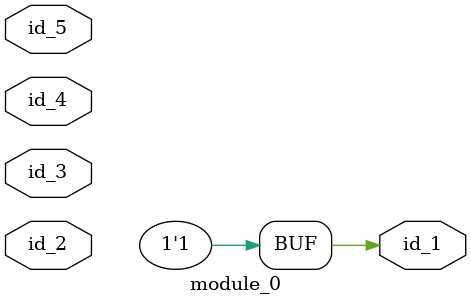
<source format=v>
module module_0 (
    id_1,
    id_2,
    id_3,
    id_4,
    id_5
);
  inout id_5;
  inout id_4;
  inout id_3;
  input id_2;
  output id_1;
  assign id_1 = 1 ? 1 : id_2;
endmodule

</source>
